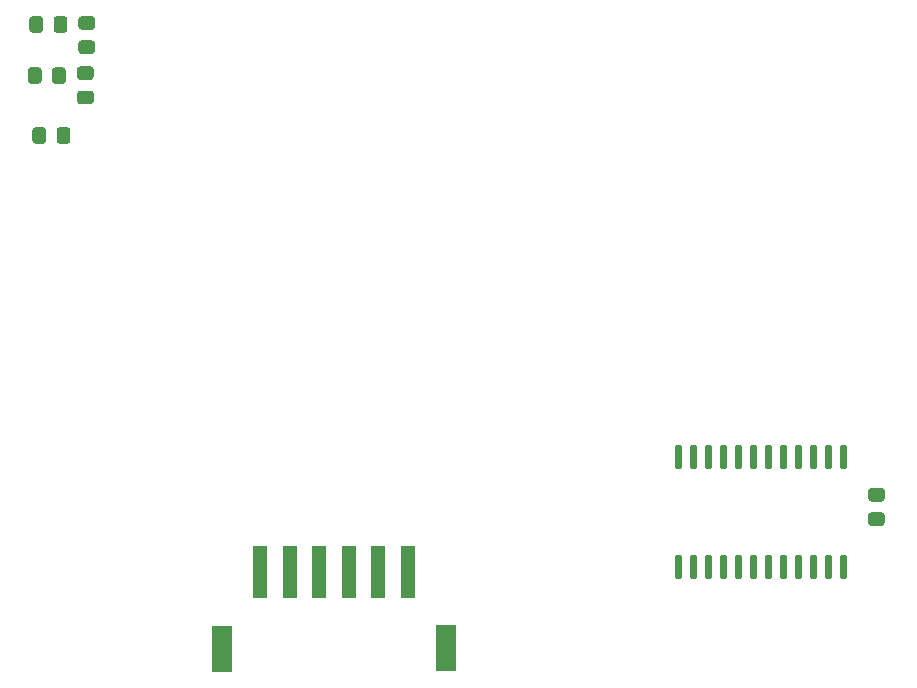
<source format=gbr>
%TF.GenerationSoftware,KiCad,Pcbnew,(5.1.6-0-10_14)*%
%TF.CreationDate,2021-01-13T12:07:43-08:00*%
%TF.ProjectId,temperatureController,74656d70-6572-4617-9475-7265436f6e74,rev?*%
%TF.SameCoordinates,Original*%
%TF.FileFunction,Paste,Top*%
%TF.FilePolarity,Positive*%
%FSLAX46Y46*%
G04 Gerber Fmt 4.6, Leading zero omitted, Abs format (unit mm)*
G04 Created by KiCad (PCBNEW (5.1.6-0-10_14)) date 2021-01-13 12:07:43*
%MOMM*%
%LPD*%
G01*
G04 APERTURE LIST*
%ADD10R,1.300000X4.500000*%
%ADD11R,1.800000X3.900000*%
G04 APERTURE END LIST*
%TO.C,R5*%
G36*
G01*
X154544500Y-66478999D02*
X154544500Y-67379001D01*
G75*
G02*
X154294501Y-67629000I-249999J0D01*
G01*
X153644499Y-67629000D01*
G75*
G02*
X153394500Y-67379001I0J249999D01*
G01*
X153394500Y-66478999D01*
G75*
G02*
X153644499Y-66229000I249999J0D01*
G01*
X154294501Y-66229000D01*
G75*
G02*
X154544500Y-66478999I0J-249999D01*
G01*
G37*
G36*
G01*
X156594500Y-66478999D02*
X156594500Y-67379001D01*
G75*
G02*
X156344501Y-67629000I-249999J0D01*
G01*
X155694499Y-67629000D01*
G75*
G02*
X155444500Y-67379001I0J249999D01*
G01*
X155444500Y-66478999D01*
G75*
G02*
X155694499Y-66229000I249999J0D01*
G01*
X156344501Y-66229000D01*
G75*
G02*
X156594500Y-66478999I0J-249999D01*
G01*
G37*
%TD*%
%TO.C,R3*%
G36*
G01*
X154671500Y-62160999D02*
X154671500Y-63061001D01*
G75*
G02*
X154421501Y-63311000I-249999J0D01*
G01*
X153771499Y-63311000D01*
G75*
G02*
X153521500Y-63061001I0J249999D01*
G01*
X153521500Y-62160999D01*
G75*
G02*
X153771499Y-61911000I249999J0D01*
G01*
X154421501Y-61911000D01*
G75*
G02*
X154671500Y-62160999I0J-249999D01*
G01*
G37*
G36*
G01*
X156721500Y-62160999D02*
X156721500Y-63061001D01*
G75*
G02*
X156471501Y-63311000I-249999J0D01*
G01*
X155821499Y-63311000D01*
G75*
G02*
X155571500Y-63061001I0J249999D01*
G01*
X155571500Y-62160999D01*
G75*
G02*
X155821499Y-61911000I249999J0D01*
G01*
X156471501Y-61911000D01*
G75*
G02*
X156721500Y-62160999I0J-249999D01*
G01*
G37*
%TD*%
%TO.C,C3*%
G36*
G01*
X157800999Y-68204500D02*
X158701001Y-68204500D01*
G75*
G02*
X158951000Y-68454499I0J-249999D01*
G01*
X158951000Y-69104501D01*
G75*
G02*
X158701001Y-69354500I-249999J0D01*
G01*
X157800999Y-69354500D01*
G75*
G02*
X157551000Y-69104501I0J249999D01*
G01*
X157551000Y-68454499D01*
G75*
G02*
X157800999Y-68204500I249999J0D01*
G01*
G37*
G36*
G01*
X157800999Y-66154500D02*
X158701001Y-66154500D01*
G75*
G02*
X158951000Y-66404499I0J-249999D01*
G01*
X158951000Y-67054501D01*
G75*
G02*
X158701001Y-67304500I-249999J0D01*
G01*
X157800999Y-67304500D01*
G75*
G02*
X157551000Y-67054501I0J249999D01*
G01*
X157551000Y-66404499D01*
G75*
G02*
X157800999Y-66154500I249999J0D01*
G01*
G37*
%TD*%
%TO.C,C2*%
G36*
G01*
X157918999Y-63959000D02*
X158819001Y-63959000D01*
G75*
G02*
X159069000Y-64208999I0J-249999D01*
G01*
X159069000Y-64859001D01*
G75*
G02*
X158819001Y-65109000I-249999J0D01*
G01*
X157918999Y-65109000D01*
G75*
G02*
X157669000Y-64859001I0J249999D01*
G01*
X157669000Y-64208999D01*
G75*
G02*
X157918999Y-63959000I249999J0D01*
G01*
G37*
G36*
G01*
X157918999Y-61909000D02*
X158819001Y-61909000D01*
G75*
G02*
X159069000Y-62158999I0J-249999D01*
G01*
X159069000Y-62809001D01*
G75*
G02*
X158819001Y-63059000I-249999J0D01*
G01*
X157918999Y-63059000D01*
G75*
G02*
X157669000Y-62809001I0J249999D01*
G01*
X157669000Y-62158999D01*
G75*
G02*
X157918999Y-61909000I249999J0D01*
G01*
G37*
%TD*%
D10*
%TO.C,J3*%
X185562500Y-108943000D03*
X183062500Y-108943000D03*
X180562500Y-108943000D03*
X178062500Y-108943000D03*
X175562500Y-108943000D03*
X173062500Y-108943000D03*
D11*
X188762500Y-115429600D03*
X169862500Y-115443000D03*
%TD*%
%TO.C,R4*%
G36*
G01*
X155825500Y-72459001D02*
X155825500Y-71558999D01*
G75*
G02*
X156075499Y-71309000I249999J0D01*
G01*
X156725501Y-71309000D01*
G75*
G02*
X156975500Y-71558999I0J-249999D01*
G01*
X156975500Y-72459001D01*
G75*
G02*
X156725501Y-72709000I-249999J0D01*
G01*
X156075499Y-72709000D01*
G75*
G02*
X155825500Y-72459001I0J249999D01*
G01*
G37*
G36*
G01*
X153775500Y-72459001D02*
X153775500Y-71558999D01*
G75*
G02*
X154025499Y-71309000I249999J0D01*
G01*
X154675501Y-71309000D01*
G75*
G02*
X154925500Y-71558999I0J-249999D01*
G01*
X154925500Y-72459001D01*
G75*
G02*
X154675501Y-72709000I-249999J0D01*
G01*
X154025499Y-72709000D01*
G75*
G02*
X153775500Y-72459001I0J249999D01*
G01*
G37*
%TD*%
%TO.C,U1*%
G36*
G01*
X208620500Y-100275500D02*
X208320500Y-100275500D01*
G75*
G02*
X208170500Y-100125500I0J150000D01*
G01*
X208170500Y-98375500D01*
G75*
G02*
X208320500Y-98225500I150000J0D01*
G01*
X208620500Y-98225500D01*
G75*
G02*
X208770500Y-98375500I0J-150000D01*
G01*
X208770500Y-100125500D01*
G75*
G02*
X208620500Y-100275500I-150000J0D01*
G01*
G37*
G36*
G01*
X209890500Y-100275500D02*
X209590500Y-100275500D01*
G75*
G02*
X209440500Y-100125500I0J150000D01*
G01*
X209440500Y-98375500D01*
G75*
G02*
X209590500Y-98225500I150000J0D01*
G01*
X209890500Y-98225500D01*
G75*
G02*
X210040500Y-98375500I0J-150000D01*
G01*
X210040500Y-100125500D01*
G75*
G02*
X209890500Y-100275500I-150000J0D01*
G01*
G37*
G36*
G01*
X211160500Y-100275500D02*
X210860500Y-100275500D01*
G75*
G02*
X210710500Y-100125500I0J150000D01*
G01*
X210710500Y-98375500D01*
G75*
G02*
X210860500Y-98225500I150000J0D01*
G01*
X211160500Y-98225500D01*
G75*
G02*
X211310500Y-98375500I0J-150000D01*
G01*
X211310500Y-100125500D01*
G75*
G02*
X211160500Y-100275500I-150000J0D01*
G01*
G37*
G36*
G01*
X212430500Y-100275500D02*
X212130500Y-100275500D01*
G75*
G02*
X211980500Y-100125500I0J150000D01*
G01*
X211980500Y-98375500D01*
G75*
G02*
X212130500Y-98225500I150000J0D01*
G01*
X212430500Y-98225500D01*
G75*
G02*
X212580500Y-98375500I0J-150000D01*
G01*
X212580500Y-100125500D01*
G75*
G02*
X212430500Y-100275500I-150000J0D01*
G01*
G37*
G36*
G01*
X213700500Y-100275500D02*
X213400500Y-100275500D01*
G75*
G02*
X213250500Y-100125500I0J150000D01*
G01*
X213250500Y-98375500D01*
G75*
G02*
X213400500Y-98225500I150000J0D01*
G01*
X213700500Y-98225500D01*
G75*
G02*
X213850500Y-98375500I0J-150000D01*
G01*
X213850500Y-100125500D01*
G75*
G02*
X213700500Y-100275500I-150000J0D01*
G01*
G37*
G36*
G01*
X214970500Y-100275500D02*
X214670500Y-100275500D01*
G75*
G02*
X214520500Y-100125500I0J150000D01*
G01*
X214520500Y-98375500D01*
G75*
G02*
X214670500Y-98225500I150000J0D01*
G01*
X214970500Y-98225500D01*
G75*
G02*
X215120500Y-98375500I0J-150000D01*
G01*
X215120500Y-100125500D01*
G75*
G02*
X214970500Y-100275500I-150000J0D01*
G01*
G37*
G36*
G01*
X216240500Y-100275500D02*
X215940500Y-100275500D01*
G75*
G02*
X215790500Y-100125500I0J150000D01*
G01*
X215790500Y-98375500D01*
G75*
G02*
X215940500Y-98225500I150000J0D01*
G01*
X216240500Y-98225500D01*
G75*
G02*
X216390500Y-98375500I0J-150000D01*
G01*
X216390500Y-100125500D01*
G75*
G02*
X216240500Y-100275500I-150000J0D01*
G01*
G37*
G36*
G01*
X217510500Y-100275500D02*
X217210500Y-100275500D01*
G75*
G02*
X217060500Y-100125500I0J150000D01*
G01*
X217060500Y-98375500D01*
G75*
G02*
X217210500Y-98225500I150000J0D01*
G01*
X217510500Y-98225500D01*
G75*
G02*
X217660500Y-98375500I0J-150000D01*
G01*
X217660500Y-100125500D01*
G75*
G02*
X217510500Y-100275500I-150000J0D01*
G01*
G37*
G36*
G01*
X218780500Y-100275500D02*
X218480500Y-100275500D01*
G75*
G02*
X218330500Y-100125500I0J150000D01*
G01*
X218330500Y-98375500D01*
G75*
G02*
X218480500Y-98225500I150000J0D01*
G01*
X218780500Y-98225500D01*
G75*
G02*
X218930500Y-98375500I0J-150000D01*
G01*
X218930500Y-100125500D01*
G75*
G02*
X218780500Y-100275500I-150000J0D01*
G01*
G37*
G36*
G01*
X220050500Y-100275500D02*
X219750500Y-100275500D01*
G75*
G02*
X219600500Y-100125500I0J150000D01*
G01*
X219600500Y-98375500D01*
G75*
G02*
X219750500Y-98225500I150000J0D01*
G01*
X220050500Y-98225500D01*
G75*
G02*
X220200500Y-98375500I0J-150000D01*
G01*
X220200500Y-100125500D01*
G75*
G02*
X220050500Y-100275500I-150000J0D01*
G01*
G37*
G36*
G01*
X221320500Y-100275500D02*
X221020500Y-100275500D01*
G75*
G02*
X220870500Y-100125500I0J150000D01*
G01*
X220870500Y-98375500D01*
G75*
G02*
X221020500Y-98225500I150000J0D01*
G01*
X221320500Y-98225500D01*
G75*
G02*
X221470500Y-98375500I0J-150000D01*
G01*
X221470500Y-100125500D01*
G75*
G02*
X221320500Y-100275500I-150000J0D01*
G01*
G37*
G36*
G01*
X222590500Y-100275500D02*
X222290500Y-100275500D01*
G75*
G02*
X222140500Y-100125500I0J150000D01*
G01*
X222140500Y-98375500D01*
G75*
G02*
X222290500Y-98225500I150000J0D01*
G01*
X222590500Y-98225500D01*
G75*
G02*
X222740500Y-98375500I0J-150000D01*
G01*
X222740500Y-100125500D01*
G75*
G02*
X222590500Y-100275500I-150000J0D01*
G01*
G37*
G36*
G01*
X222590500Y-109575500D02*
X222290500Y-109575500D01*
G75*
G02*
X222140500Y-109425500I0J150000D01*
G01*
X222140500Y-107675500D01*
G75*
G02*
X222290500Y-107525500I150000J0D01*
G01*
X222590500Y-107525500D01*
G75*
G02*
X222740500Y-107675500I0J-150000D01*
G01*
X222740500Y-109425500D01*
G75*
G02*
X222590500Y-109575500I-150000J0D01*
G01*
G37*
G36*
G01*
X221320500Y-109575500D02*
X221020500Y-109575500D01*
G75*
G02*
X220870500Y-109425500I0J150000D01*
G01*
X220870500Y-107675500D01*
G75*
G02*
X221020500Y-107525500I150000J0D01*
G01*
X221320500Y-107525500D01*
G75*
G02*
X221470500Y-107675500I0J-150000D01*
G01*
X221470500Y-109425500D01*
G75*
G02*
X221320500Y-109575500I-150000J0D01*
G01*
G37*
G36*
G01*
X220050500Y-109575500D02*
X219750500Y-109575500D01*
G75*
G02*
X219600500Y-109425500I0J150000D01*
G01*
X219600500Y-107675500D01*
G75*
G02*
X219750500Y-107525500I150000J0D01*
G01*
X220050500Y-107525500D01*
G75*
G02*
X220200500Y-107675500I0J-150000D01*
G01*
X220200500Y-109425500D01*
G75*
G02*
X220050500Y-109575500I-150000J0D01*
G01*
G37*
G36*
G01*
X218780500Y-109575500D02*
X218480500Y-109575500D01*
G75*
G02*
X218330500Y-109425500I0J150000D01*
G01*
X218330500Y-107675500D01*
G75*
G02*
X218480500Y-107525500I150000J0D01*
G01*
X218780500Y-107525500D01*
G75*
G02*
X218930500Y-107675500I0J-150000D01*
G01*
X218930500Y-109425500D01*
G75*
G02*
X218780500Y-109575500I-150000J0D01*
G01*
G37*
G36*
G01*
X217510500Y-109575500D02*
X217210500Y-109575500D01*
G75*
G02*
X217060500Y-109425500I0J150000D01*
G01*
X217060500Y-107675500D01*
G75*
G02*
X217210500Y-107525500I150000J0D01*
G01*
X217510500Y-107525500D01*
G75*
G02*
X217660500Y-107675500I0J-150000D01*
G01*
X217660500Y-109425500D01*
G75*
G02*
X217510500Y-109575500I-150000J0D01*
G01*
G37*
G36*
G01*
X216240500Y-109575500D02*
X215940500Y-109575500D01*
G75*
G02*
X215790500Y-109425500I0J150000D01*
G01*
X215790500Y-107675500D01*
G75*
G02*
X215940500Y-107525500I150000J0D01*
G01*
X216240500Y-107525500D01*
G75*
G02*
X216390500Y-107675500I0J-150000D01*
G01*
X216390500Y-109425500D01*
G75*
G02*
X216240500Y-109575500I-150000J0D01*
G01*
G37*
G36*
G01*
X214970500Y-109575500D02*
X214670500Y-109575500D01*
G75*
G02*
X214520500Y-109425500I0J150000D01*
G01*
X214520500Y-107675500D01*
G75*
G02*
X214670500Y-107525500I150000J0D01*
G01*
X214970500Y-107525500D01*
G75*
G02*
X215120500Y-107675500I0J-150000D01*
G01*
X215120500Y-109425500D01*
G75*
G02*
X214970500Y-109575500I-150000J0D01*
G01*
G37*
G36*
G01*
X213700500Y-109575500D02*
X213400500Y-109575500D01*
G75*
G02*
X213250500Y-109425500I0J150000D01*
G01*
X213250500Y-107675500D01*
G75*
G02*
X213400500Y-107525500I150000J0D01*
G01*
X213700500Y-107525500D01*
G75*
G02*
X213850500Y-107675500I0J-150000D01*
G01*
X213850500Y-109425500D01*
G75*
G02*
X213700500Y-109575500I-150000J0D01*
G01*
G37*
G36*
G01*
X212430500Y-109575500D02*
X212130500Y-109575500D01*
G75*
G02*
X211980500Y-109425500I0J150000D01*
G01*
X211980500Y-107675500D01*
G75*
G02*
X212130500Y-107525500I150000J0D01*
G01*
X212430500Y-107525500D01*
G75*
G02*
X212580500Y-107675500I0J-150000D01*
G01*
X212580500Y-109425500D01*
G75*
G02*
X212430500Y-109575500I-150000J0D01*
G01*
G37*
G36*
G01*
X211160500Y-109575500D02*
X210860500Y-109575500D01*
G75*
G02*
X210710500Y-109425500I0J150000D01*
G01*
X210710500Y-107675500D01*
G75*
G02*
X210860500Y-107525500I150000J0D01*
G01*
X211160500Y-107525500D01*
G75*
G02*
X211310500Y-107675500I0J-150000D01*
G01*
X211310500Y-109425500D01*
G75*
G02*
X211160500Y-109575500I-150000J0D01*
G01*
G37*
G36*
G01*
X209890500Y-109575500D02*
X209590500Y-109575500D01*
G75*
G02*
X209440500Y-109425500I0J150000D01*
G01*
X209440500Y-107675500D01*
G75*
G02*
X209590500Y-107525500I150000J0D01*
G01*
X209890500Y-107525500D01*
G75*
G02*
X210040500Y-107675500I0J-150000D01*
G01*
X210040500Y-109425500D01*
G75*
G02*
X209890500Y-109575500I-150000J0D01*
G01*
G37*
G36*
G01*
X208620500Y-109575500D02*
X208320500Y-109575500D01*
G75*
G02*
X208170500Y-109425500I0J150000D01*
G01*
X208170500Y-107675500D01*
G75*
G02*
X208320500Y-107525500I150000J0D01*
G01*
X208620500Y-107525500D01*
G75*
G02*
X208770500Y-107675500I0J-150000D01*
G01*
X208770500Y-109425500D01*
G75*
G02*
X208620500Y-109575500I-150000J0D01*
G01*
G37*
%TD*%
%TO.C,R1*%
G36*
G01*
X225684501Y-103000500D02*
X224784499Y-103000500D01*
G75*
G02*
X224534500Y-102750501I0J249999D01*
G01*
X224534500Y-102100499D01*
G75*
G02*
X224784499Y-101850500I249999J0D01*
G01*
X225684501Y-101850500D01*
G75*
G02*
X225934500Y-102100499I0J-249999D01*
G01*
X225934500Y-102750501D01*
G75*
G02*
X225684501Y-103000500I-249999J0D01*
G01*
G37*
G36*
G01*
X225684501Y-105050500D02*
X224784499Y-105050500D01*
G75*
G02*
X224534500Y-104800501I0J249999D01*
G01*
X224534500Y-104150499D01*
G75*
G02*
X224784499Y-103900500I249999J0D01*
G01*
X225684501Y-103900500D01*
G75*
G02*
X225934500Y-104150499I0J-249999D01*
G01*
X225934500Y-104800501D01*
G75*
G02*
X225684501Y-105050500I-249999J0D01*
G01*
G37*
%TD*%
M02*

</source>
